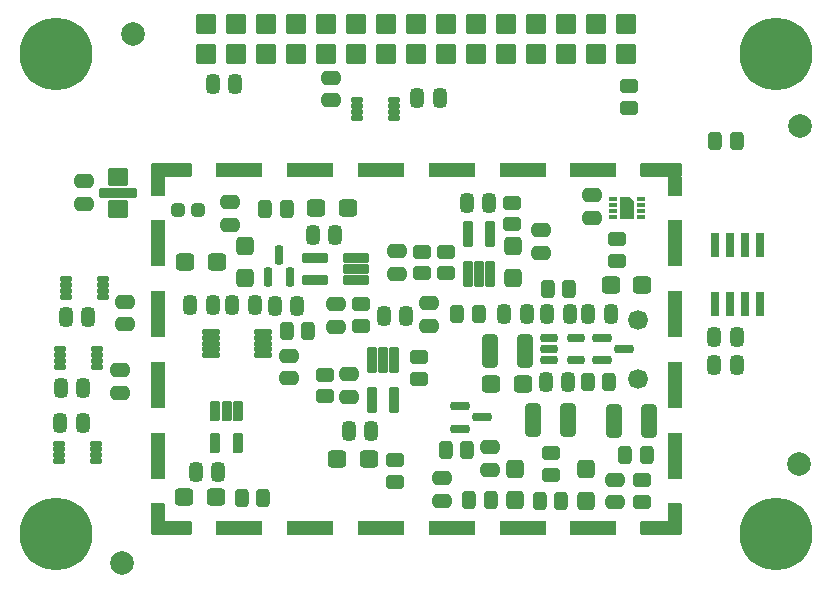
<source format=gbr>
%TF.GenerationSoftware,KiCad,Pcbnew,7.0.8-7.0.8~ubuntu23.04.1*%
%TF.CreationDate,2023-11-12T23:38:26+00:00*%
%TF.ProjectId,USTSIPIN03,55535453-4950-4494-9e30-332e6b696361,REV*%
%TF.SameCoordinates,PX66dd020PY81342c0*%
%TF.FileFunction,Soldermask,Bot*%
%TF.FilePolarity,Negative*%
%FSLAX46Y46*%
G04 Gerber Fmt 4.6, Leading zero omitted, Abs format (unit mm)*
G04 Created by KiCad (PCBNEW 7.0.8-7.0.8~ubuntu23.04.1) date 2023-11-12 23:38:26*
%MOMM*%
%LPD*%
G01*
G04 APERTURE LIST*
G04 Aperture macros list*
%AMRoundRect*
0 Rectangle with rounded corners*
0 $1 Rounding radius*
0 $2 $3 $4 $5 $6 $7 $8 $9 X,Y pos of 4 corners*
0 Add a 4 corners polygon primitive as box body*
4,1,4,$2,$3,$4,$5,$6,$7,$8,$9,$2,$3,0*
0 Add four circle primitives for the rounded corners*
1,1,$1+$1,$2,$3*
1,1,$1+$1,$4,$5*
1,1,$1+$1,$6,$7*
1,1,$1+$1,$8,$9*
0 Add four rect primitives between the rounded corners*
20,1,$1+$1,$2,$3,$4,$5,0*
20,1,$1+$1,$4,$5,$6,$7,0*
20,1,$1+$1,$6,$7,$8,$9,0*
20,1,$1+$1,$8,$9,$2,$3,0*%
%AMFreePoly0*
4,1,19,0.551423,0.911284,0.578785,0.863892,0.580000,0.850000,0.580000,-0.850000,0.561284,-0.901423,0.513892,-0.928785,0.500000,-0.930000,-0.200000,-0.930000,-0.251423,-0.911284,-0.256569,-0.906569,-0.556569,-0.606569,-0.579696,-0.556972,-0.580000,-0.550000,-0.580000,0.850000,-0.561284,0.901423,-0.513892,0.928785,-0.500000,0.930000,0.500000,0.930000,0.551423,0.911284,0.551423,0.911284,
$1*%
G04 Aperture macros list end*
%ADD10C,6.160000*%
%ADD11RoundRect,0.080000X0.762000X-0.762000X0.762000X0.762000X-0.762000X0.762000X-0.762000X-0.762000X0*%
%ADD12C,1.684000*%
%ADD13RoundRect,0.330000X-0.475000X0.250000X-0.475000X-0.250000X0.475000X-0.250000X0.475000X0.250000X0*%
%ADD14RoundRect,0.080000X1.000000X0.325000X-1.000000X0.325000X-1.000000X-0.325000X1.000000X-0.325000X0*%
%ADD15RoundRect,0.330000X-0.450000X-0.425000X0.450000X-0.425000X0.450000X0.425000X-0.450000X0.425000X0*%
%ADD16RoundRect,0.330000X0.250000X0.475000X-0.250000X0.475000X-0.250000X-0.475000X0.250000X-0.475000X0*%
%ADD17RoundRect,0.330000X-0.250000X-0.475000X0.250000X-0.475000X0.250000X0.475000X-0.250000X0.475000X0*%
%ADD18RoundRect,0.330000X-0.262500X-0.450000X0.262500X-0.450000X0.262500X0.450000X-0.262500X0.450000X0*%
%ADD19RoundRect,0.330000X-0.450000X0.262500X-0.450000X-0.262500X0.450000X-0.262500X0.450000X0.262500X0*%
%ADD20RoundRect,0.080000X-0.500000X-0.500000X0.500000X-0.500000X0.500000X0.500000X-0.500000X0.500000X0*%
%ADD21RoundRect,0.080000X-0.500000X-0.775000X0.500000X-0.775000X0.500000X0.775000X-0.500000X0.775000X0*%
%ADD22RoundRect,0.080000X-0.500000X-1.900000X0.500000X-1.900000X0.500000X1.900000X-0.500000X1.900000X0*%
%ADD23RoundRect,0.080000X-1.150000X-0.500000X1.150000X-0.500000X1.150000X0.500000X-1.150000X0.500000X0*%
%ADD24RoundRect,0.080000X-1.900000X-0.500000X1.900000X-0.500000X1.900000X0.500000X-1.900000X0.500000X0*%
%ADD25RoundRect,0.080000X-0.325000X0.780000X-0.325000X-0.780000X0.325000X-0.780000X0.325000X0.780000X0*%
%ADD26RoundRect,0.330000X0.325000X1.100000X-0.325000X1.100000X-0.325000X-1.100000X0.325000X-1.100000X0*%
%ADD27RoundRect,0.080000X0.325000X-1.000000X0.325000X1.000000X-0.325000X1.000000X-0.325000X-1.000000X0*%
%ADD28RoundRect,0.080000X-0.400000X0.150000X-0.400000X-0.150000X0.400000X-0.150000X0.400000X0.150000X0*%
%ADD29RoundRect,0.330000X0.450000X0.425000X-0.450000X0.425000X-0.450000X-0.425000X0.450000X-0.425000X0*%
%ADD30RoundRect,0.330000X0.475000X-0.250000X0.475000X0.250000X-0.475000X0.250000X-0.475000X-0.250000X0*%
%ADD31RoundRect,0.080000X0.400000X-0.150000X0.400000X0.150000X-0.400000X0.150000X-0.400000X-0.150000X0*%
%ADD32RoundRect,0.080000X0.700000X0.150000X-0.700000X0.150000X-0.700000X-0.150000X0.700000X-0.150000X0*%
%ADD33RoundRect,0.330000X0.262500X0.450000X-0.262500X0.450000X-0.262500X-0.450000X0.262500X-0.450000X0*%
%ADD34RoundRect,0.080000X0.750000X-0.650000X0.750000X0.650000X-0.750000X0.650000X-0.750000X-0.650000X0*%
%ADD35RoundRect,0.080000X1.500000X-0.350000X1.500000X0.350000X-1.500000X0.350000X-1.500000X-0.350000X0*%
%ADD36RoundRect,0.230000X0.150000X-0.587500X0.150000X0.587500X-0.150000X0.587500X-0.150000X-0.587500X0*%
%ADD37RoundRect,0.330000X0.450000X-0.262500X0.450000X0.262500X-0.450000X0.262500X-0.450000X-0.262500X0*%
%ADD38RoundRect,0.330000X0.425000X-0.450000X0.425000X0.450000X-0.425000X0.450000X-0.425000X-0.450000X0*%
%ADD39C,2.000000*%
%ADD40RoundRect,0.330000X-0.325000X-1.100000X0.325000X-1.100000X0.325000X1.100000X-0.325000X1.100000X0*%
%ADD41RoundRect,0.330000X-0.425000X0.450000X-0.425000X-0.450000X0.425000X-0.450000X0.425000X0.450000X0*%
%ADD42RoundRect,0.230000X-0.512500X-0.150000X0.512500X-0.150000X0.512500X0.150000X-0.512500X0.150000X0*%
%ADD43RoundRect,0.317500X0.287500X0.237500X-0.287500X0.237500X-0.287500X-0.237500X0.287500X-0.237500X0*%
%ADD44RoundRect,0.080000X0.275000X0.125000X-0.275000X0.125000X-0.275000X-0.125000X0.275000X-0.125000X0*%
%ADD45RoundRect,0.080000X-0.275000X-0.125000X0.275000X-0.125000X0.275000X0.125000X-0.275000X0.125000X0*%
%ADD46FreePoly0,180.000000*%
%ADD47RoundRect,0.230000X-0.587500X-0.150000X0.587500X-0.150000X0.587500X0.150000X-0.587500X0.150000X0*%
%ADD48RoundRect,0.230000X-0.150000X0.825000X-0.150000X-0.825000X0.150000X-0.825000X0.150000X0.825000X0*%
%ADD49RoundRect,0.080000X-0.325000X1.000000X-0.325000X-1.000000X0.325000X-1.000000X0.325000X1.000000X0*%
G04 APERTURE END LIST*
D10*
%TO.C,M1*%
X10160000Y50800000D03*
%TD*%
%TO.C,M2*%
X71120000Y50800000D03*
%TD*%
%TO.C,M3*%
X10160000Y10160000D03*
%TD*%
%TO.C,M4*%
X71120000Y10160000D03*
%TD*%
D11*
%TO.C,J1*%
X22860000Y50800000D03*
X22860000Y53340000D03*
X25400000Y50800000D03*
X25400000Y53340000D03*
X27940000Y50800000D03*
X27940000Y53340000D03*
X30480000Y50800000D03*
X30480000Y53340000D03*
X33020000Y50800000D03*
X33020000Y53340000D03*
X35560000Y50800000D03*
X35560000Y53340000D03*
X38100000Y50800000D03*
X38100000Y53340000D03*
X40640000Y50800000D03*
X40640000Y53340000D03*
X43180000Y50800000D03*
X43180000Y53340000D03*
X45720000Y50800000D03*
X45720000Y53340000D03*
X48260000Y50800000D03*
X48260000Y53340000D03*
X50800000Y50800000D03*
X50800000Y53340000D03*
X53340000Y50800000D03*
X53340000Y53340000D03*
X55880000Y50800000D03*
X55880000Y53340000D03*
X58420000Y50800000D03*
X58420000Y53340000D03*
%TD*%
D12*
%TO.C,D1*%
X59424400Y23266400D03*
X59424400Y28266400D03*
%TD*%
D13*
%TO.C,C2*%
X24841200Y38237200D03*
X24841200Y36337200D03*
%TD*%
D14*
%TO.C,U2*%
X35517400Y33545200D03*
X35517400Y32595200D03*
X35517400Y31645200D03*
X32097400Y31645200D03*
X32097400Y33545200D03*
%TD*%
D15*
%TO.C,C3*%
X32127200Y37729800D03*
X34827200Y37729800D03*
%TD*%
D16*
%TO.C,C8*%
X30566400Y29464000D03*
X28666400Y29464000D03*
%TD*%
D17*
%TO.C,C4*%
X31892200Y35490800D03*
X33792200Y35490800D03*
%TD*%
D16*
%TO.C,C7*%
X23860800Y15392400D03*
X21960800Y15392400D03*
%TD*%
D13*
%TO.C,C16*%
X33832800Y29601200D03*
X33832800Y27701200D03*
%TD*%
D18*
%TO.C,R6*%
X29694500Y27305000D03*
X31519500Y27305000D03*
%TD*%
D19*
%TO.C,R3*%
X38862000Y16381100D03*
X38862000Y14556100D03*
%TD*%
D18*
%TO.C,R2*%
X25859100Y13208000D03*
X27684100Y13208000D03*
%TD*%
D19*
%TO.C,R5*%
X35941000Y29574500D03*
X35941000Y27749500D03*
%TD*%
D20*
%TO.C,M5*%
X18740000Y40916400D03*
D21*
X18740000Y39641400D03*
D22*
X18740000Y34766400D03*
X18740000Y28766400D03*
X18740000Y22766400D03*
X18740000Y16766400D03*
D21*
X18740000Y11891400D03*
D20*
X18740000Y10616400D03*
D23*
X20390000Y40916400D03*
X20390000Y10616400D03*
D24*
X25640000Y40916400D03*
X25640000Y10616400D03*
X31640000Y40916400D03*
X31640000Y10616400D03*
X37640000Y40916400D03*
X37640000Y10616400D03*
X43640000Y40916400D03*
X43640000Y10616400D03*
X49640000Y40916400D03*
X49640000Y10616400D03*
X55640000Y40916400D03*
X55640000Y10616400D03*
D23*
X60890000Y40916400D03*
X60890000Y10616400D03*
D20*
X62540000Y40916400D03*
D21*
X62540000Y39641400D03*
D22*
X62540000Y34766400D03*
X62540000Y28766400D03*
X62540000Y22766400D03*
X62540000Y16766400D03*
D21*
X62540000Y11891400D03*
D20*
X62540000Y10616400D03*
%TD*%
D25*
%TO.C,U6*%
X23637200Y20527000D03*
X24587200Y20527000D03*
X25537200Y20527000D03*
X25537200Y17827000D03*
X23637200Y17827000D03*
%TD*%
D26*
%TO.C,C32*%
X49811200Y25628600D03*
X46861200Y25628600D03*
%TD*%
D27*
%TO.C,U9*%
X46909000Y32115800D03*
X45959000Y32115800D03*
X45009000Y32115800D03*
X45009000Y35535800D03*
X46909000Y35535800D03*
%TD*%
D16*
%TO.C,C12*%
X23429000Y29514800D03*
X21529000Y29514800D03*
%TD*%
D17*
%TO.C,C46*%
X10530800Y22479000D03*
X12430800Y22479000D03*
%TD*%
%TO.C,C18*%
X10505400Y19558000D03*
X12405400Y19558000D03*
%TD*%
D13*
%TO.C,C38*%
X12536000Y40011600D03*
X12536000Y38111600D03*
%TD*%
D28*
%TO.C,U5*%
X13488000Y17793400D03*
X13488000Y17293400D03*
X13488000Y16793400D03*
X13488000Y16293400D03*
X10388000Y16293400D03*
X10388000Y16793400D03*
X10388000Y17293400D03*
X10388000Y17793400D03*
%TD*%
D29*
%TO.C,C13*%
X36630600Y16484600D03*
X33930600Y16484600D03*
%TD*%
D18*
%TO.C,R18*%
X44096300Y28727400D03*
X45921300Y28727400D03*
%TD*%
D19*
%TO.C,R16*%
X59744800Y14704300D03*
X59744800Y12879300D03*
%TD*%
%TO.C,R19*%
X52070000Y16965300D03*
X52070000Y15140300D03*
%TD*%
D30*
%TO.C,C31*%
X41757600Y27762800D03*
X41757600Y29662800D03*
%TD*%
D31*
%TO.C,U12*%
X10997600Y30212600D03*
X10997600Y30712600D03*
X10997600Y31212600D03*
X10997600Y31712600D03*
X14097600Y31712600D03*
X14097600Y31212600D03*
X14097600Y30712600D03*
X14097600Y30212600D03*
%TD*%
D29*
%TO.C,C34*%
X49686200Y22860000D03*
X46986200Y22860000D03*
%TD*%
D32*
%TO.C,U3*%
X27650800Y27263600D03*
X27650800Y26763600D03*
X27650800Y26263600D03*
X27650800Y25763600D03*
X27650800Y25263600D03*
X23250800Y25263600D03*
X23250800Y25763600D03*
X23250800Y26263600D03*
X23250800Y26763600D03*
X23250800Y27263600D03*
%TD*%
D17*
%TO.C,C41*%
X65877400Y26822400D03*
X67777400Y26822400D03*
%TD*%
D13*
%TO.C,C15*%
X34925000Y23657600D03*
X34925000Y21757600D03*
%TD*%
%TO.C,C5*%
X51231800Y35849600D03*
X51231800Y33949600D03*
%TD*%
D26*
%TO.C,C29*%
X53519600Y19786600D03*
X50569600Y19786600D03*
%TD*%
D33*
%TO.C,R12*%
X56995700Y23012400D03*
X55170700Y23012400D03*
%TD*%
D13*
%TO.C,C48*%
X29870400Y25232400D03*
X29870400Y23332400D03*
%TD*%
%TO.C,C47*%
X15519400Y23987800D03*
X15519400Y22087800D03*
%TD*%
D33*
%TO.C,R21*%
X44958000Y17272000D03*
X43133000Y17272000D03*
%TD*%
D30*
%TO.C,C28*%
X57458800Y12841800D03*
X57458800Y14741800D03*
%TD*%
D17*
%TO.C,C10*%
X25085000Y29489400D03*
X26985000Y29489400D03*
%TD*%
D34*
%TO.C,C37*%
X15431600Y37635400D03*
D35*
X15431600Y38985400D03*
D34*
X15431600Y40335400D03*
%TD*%
D19*
%TO.C,R11*%
X48753000Y38192700D03*
X48753000Y36367700D03*
%TD*%
D33*
%TO.C,R17*%
X60145300Y16840200D03*
X58320300Y16840200D03*
%TD*%
D29*
%TO.C,C6*%
X23676600Y13233400D03*
X20976600Y13233400D03*
%TD*%
D36*
%TO.C,U1*%
X29956800Y31853900D03*
X28056800Y31853900D03*
X29006800Y33728900D03*
%TD*%
D17*
%TO.C,C33*%
X51592200Y23030200D03*
X53492200Y23030200D03*
%TD*%
D37*
%TO.C,R20*%
X41097200Y32194500D03*
X41097200Y34019500D03*
%TD*%
D16*
%TO.C,C20*%
X57123200Y28749200D03*
X55223200Y28749200D03*
%TD*%
D18*
%TO.C,R13*%
X51767100Y30861000D03*
X53592100Y30861000D03*
%TD*%
D13*
%TO.C,C43*%
X15976600Y29779000D03*
X15976600Y27879000D03*
%TD*%
D37*
%TO.C,R10*%
X57632600Y33275900D03*
X57632600Y35100900D03*
%TD*%
D30*
%TO.C,C19*%
X55517800Y36908801D03*
X55517800Y38808801D03*
%TD*%
D16*
%TO.C,C14*%
X36840200Y18846800D03*
X34940200Y18846800D03*
%TD*%
%TO.C,C39*%
X25334000Y48209200D03*
X23434000Y48209200D03*
%TD*%
D38*
%TO.C,C9*%
X26162000Y31847800D03*
X26162000Y34547800D03*
%TD*%
D17*
%TO.C,C40*%
X65877400Y24485600D03*
X67777400Y24485600D03*
%TD*%
D39*
%TO.C,FID4*%
X73089600Y16074600D03*
%TD*%
D40*
%TO.C,C22*%
X57376800Y19685000D03*
X60326800Y19685000D03*
%TD*%
D33*
%TO.C,R1*%
X29665300Y37693600D03*
X27840300Y37693600D03*
%TD*%
D29*
%TO.C,C11*%
X23803600Y33172400D03*
X21103600Y33172400D03*
%TD*%
D13*
%TO.C,C36*%
X46863000Y17485400D03*
X46863000Y15585400D03*
%TD*%
D39*
%TO.C,FID2*%
X15711000Y7667200D03*
%TD*%
D17*
%TO.C,C30*%
X48097400Y28752800D03*
X49997400Y28752800D03*
%TD*%
D19*
%TO.C,R22*%
X43180000Y34019500D03*
X43180000Y32194500D03*
%TD*%
D15*
%TO.C,C21*%
X57095400Y31191200D03*
X59795400Y31191200D03*
%TD*%
D41*
%TO.C,C24*%
X48854600Y34490000D03*
X48854600Y31790000D03*
%TD*%
D37*
%TO.C,R7*%
X40894000Y23293700D03*
X40894000Y25118700D03*
%TD*%
D17*
%TO.C,C44*%
X40719800Y47037200D03*
X42619800Y47037200D03*
%TD*%
D33*
%TO.C,R14*%
X46933300Y13029800D03*
X45108300Y13029800D03*
%TD*%
D19*
%TO.C,R4*%
X32904400Y23635101D03*
X32904400Y21810101D03*
%TD*%
D17*
%TO.C,C42*%
X10976400Y28495200D03*
X12876400Y28495200D03*
%TD*%
D39*
%TO.C,FID1*%
X73101200Y44653200D03*
%TD*%
D42*
%TO.C,U8*%
X51923100Y24856400D03*
X51923100Y25806400D03*
X51923100Y26756400D03*
X54198100Y26756400D03*
X54198100Y24856400D03*
%TD*%
D30*
%TO.C,C1*%
X42803000Y12968800D03*
X42803000Y14868800D03*
%TD*%
D43*
%TO.C,L1*%
X22185600Y37602800D03*
X20435600Y37602800D03*
%TD*%
D16*
%TO.C,C17*%
X39786600Y28585800D03*
X37886600Y28585800D03*
%TD*%
D38*
%TO.C,C26*%
X49043400Y12975200D03*
X49043400Y15675200D03*
%TD*%
D30*
%TO.C,C35*%
X39014400Y32157000D03*
X39014400Y34057000D03*
%TD*%
D33*
%TO.C,R15*%
X52910300Y12902800D03*
X51085300Y12902800D03*
%TD*%
D31*
%TO.C,U14*%
X10489600Y24269000D03*
X10489600Y24769000D03*
X10489600Y25269000D03*
X10489600Y25769000D03*
X13589600Y25769000D03*
X13589600Y25269000D03*
X13589600Y24769000D03*
X13589600Y24269000D03*
%TD*%
D18*
%TO.C,R29*%
X65965700Y43408600D03*
X67790700Y43408600D03*
%TD*%
D17*
%TO.C,C25*%
X51744600Y28745200D03*
X53644600Y28745200D03*
%TD*%
D44*
%TO.C,U7*%
X59664600Y38481800D03*
X59664600Y37981800D03*
X59664600Y37481800D03*
D45*
X59664600Y36981800D03*
D44*
X57314600Y36981800D03*
X57314600Y37481800D03*
X57314600Y37981800D03*
X57314600Y38481800D03*
D46*
X58489600Y37731800D03*
%TD*%
D47*
%TO.C,Q1*%
X56364900Y24856400D03*
X56364900Y26756400D03*
X58239900Y25806400D03*
%TD*%
D39*
%TO.C,FID3*%
X16637000Y52451000D03*
%TD*%
D48*
%TO.C,U11*%
X65938400Y34569400D03*
X67208400Y34569400D03*
X68478400Y34569400D03*
X69748400Y34569400D03*
X69748400Y29619400D03*
X68478400Y29619400D03*
X67208400Y29619400D03*
X65938400Y29619400D03*
%TD*%
D16*
%TO.C,C23*%
X46832800Y38194600D03*
X44932800Y38194600D03*
%TD*%
D47*
%TO.C,U10*%
X44350700Y19065200D03*
X44350700Y20965200D03*
X46225700Y20015200D03*
%TD*%
D38*
%TO.C,C27*%
X55045800Y12949800D03*
X55045800Y15649800D03*
%TD*%
D19*
%TO.C,R30*%
X58623200Y48029500D03*
X58623200Y46204500D03*
%TD*%
D30*
%TO.C,C45*%
X33401000Y46852800D03*
X33401000Y48752800D03*
%TD*%
D49*
%TO.C,U4*%
X36856600Y24900601D03*
X37806600Y24900601D03*
X38756600Y24900601D03*
X38756600Y21480601D03*
X36856600Y21480601D03*
%TD*%
D28*
%TO.C,U13*%
X38735600Y46876400D03*
X38735600Y46376400D03*
X38735600Y45876400D03*
X38735600Y45376400D03*
X35635600Y45376400D03*
X35635600Y45876400D03*
X35635600Y46376400D03*
X35635600Y46876400D03*
%TD*%
M02*

</source>
